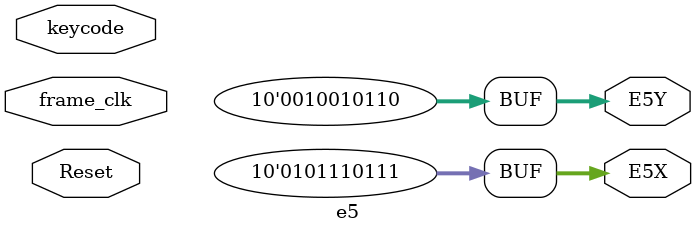
<source format=sv>



module  e5 ( input Reset, frame_clk, input [7:0] keycode,
               output [9:0]  E5X, E5Y);
    
       
    assign E5X = 375;
   
    assign E5Y = 150;
    

endmodule

</source>
